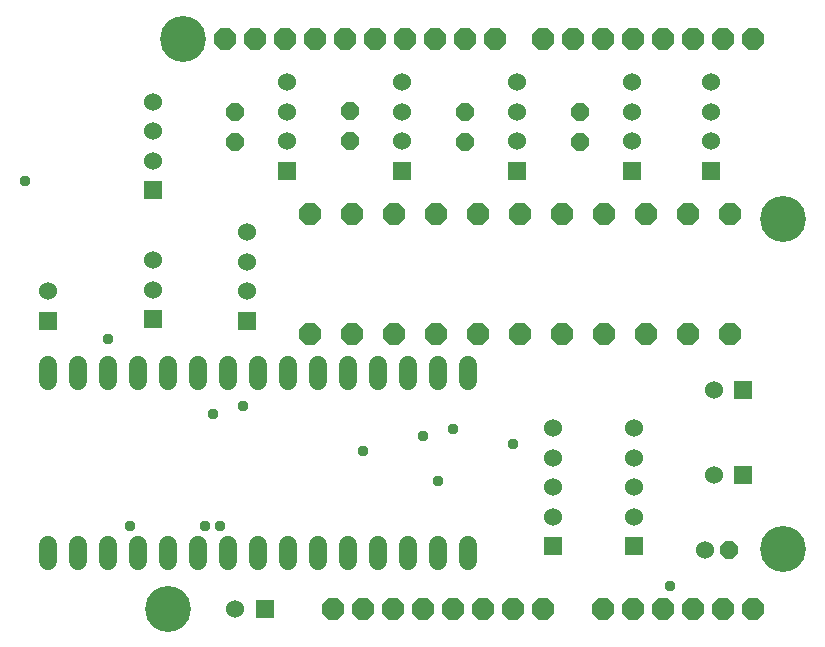
<source format=gbr>
G04 EAGLE Gerber RS-274X export*
G75*
%MOMM*%
%FSLAX34Y34*%
%LPD*%
%INSoldermask Bottom*%
%IPPOS*%
%AMOC8*
5,1,8,0,0,1.08239X$1,22.5*%
G01*
%ADD10C,3.886200*%
%ADD11P,2.034460X8X22.500000*%
%ADD12P,1.649562X8X112.500000*%
%ADD13P,2.034460X8X112.500000*%
%ADD14P,2.034460X8X292.500000*%
%ADD15C,1.511200*%
%ADD16R,1.524000X1.524000*%
%ADD17C,1.524000*%
%ADD18P,1.649562X8X22.500000*%
%ADD19C,0.959600*%


D10*
X368300Y596900D03*
X355600Y114300D03*
X876300Y165100D03*
X876300Y444500D03*
D11*
X749300Y596900D03*
X723900Y114300D03*
X774700Y596900D03*
X800100Y596900D03*
X825500Y596900D03*
X850900Y596900D03*
X723900Y596900D03*
X698500Y596900D03*
X673100Y596900D03*
X632460Y596900D03*
X607060Y596900D03*
X581660Y596900D03*
X556260Y596900D03*
X530860Y596900D03*
X505460Y596900D03*
X480060Y596900D03*
X454660Y596900D03*
X749300Y114300D03*
X774700Y114300D03*
X800100Y114300D03*
X825500Y114300D03*
X850900Y114300D03*
X673100Y114300D03*
X647700Y114300D03*
X622300Y114300D03*
X596900Y114300D03*
X571500Y114300D03*
X546100Y114300D03*
X429260Y596900D03*
X403860Y596900D03*
X520700Y114300D03*
X495300Y114300D03*
D12*
X412750Y509270D03*
X412750Y534670D03*
X510094Y510540D03*
X510094Y535940D03*
X607439Y509270D03*
X607439Y534670D03*
X704783Y509270D03*
X704783Y534670D03*
D13*
X582930Y347218D03*
X582930Y448818D03*
X618490Y347218D03*
X618490Y448818D03*
X654050Y347218D03*
X654050Y448818D03*
X689610Y347218D03*
X689610Y448818D03*
X725170Y347218D03*
X725170Y448818D03*
X760730Y347218D03*
X760730Y448818D03*
D14*
X796290Y448818D03*
X796290Y347218D03*
X831850Y448818D03*
X831850Y347218D03*
D15*
X254000Y167830D02*
X254000Y154750D01*
X279400Y154750D02*
X279400Y167830D01*
X304800Y167830D02*
X304800Y154750D01*
X330200Y154750D02*
X330200Y167830D01*
X355600Y167830D02*
X355600Y154750D01*
X381000Y154750D02*
X381000Y167830D01*
X406400Y167830D02*
X406400Y154750D01*
X431800Y154750D02*
X431800Y167830D01*
X457200Y167830D02*
X457200Y154750D01*
X482600Y154750D02*
X482600Y167830D01*
X508000Y167830D02*
X508000Y154750D01*
X533400Y154750D02*
X533400Y167830D01*
X558800Y167830D02*
X558800Y154750D01*
X584200Y154750D02*
X584200Y167830D01*
X609600Y167830D02*
X609600Y154750D01*
X609600Y307150D02*
X609600Y320230D01*
X584200Y320230D02*
X584200Y307150D01*
X558800Y307150D02*
X558800Y320230D01*
X533400Y320230D02*
X533400Y307150D01*
X508000Y307150D02*
X508000Y320230D01*
X482600Y320230D02*
X482600Y307150D01*
X457200Y307150D02*
X457200Y320230D01*
X431800Y320230D02*
X431800Y307150D01*
X406400Y307150D02*
X406400Y320230D01*
X381000Y320230D02*
X381000Y307150D01*
X355600Y307150D02*
X355600Y320230D01*
X330200Y320230D02*
X330200Y307150D01*
X304800Y307150D02*
X304800Y320230D01*
X279400Y320230D02*
X279400Y307150D01*
X254000Y307150D02*
X254000Y320230D01*
D16*
X342650Y359140D03*
D17*
X342650Y384140D03*
X342650Y409140D03*
D16*
X342900Y468630D03*
D17*
X342900Y493630D03*
X342900Y518630D03*
X342900Y543630D03*
D16*
X815340Y485140D03*
D17*
X815340Y510140D03*
X815340Y535140D03*
X815340Y560140D03*
D16*
X456172Y485140D03*
D17*
X456172Y510140D03*
X456172Y535140D03*
X456172Y560140D03*
D16*
X553516Y485140D03*
D17*
X553516Y510140D03*
X553516Y535140D03*
X553516Y560140D03*
D16*
X650861Y485140D03*
D17*
X650861Y510140D03*
X650861Y535140D03*
X650861Y560140D03*
D16*
X748205Y485140D03*
D17*
X748205Y510140D03*
X748205Y535140D03*
X748205Y560140D03*
D16*
X842880Y299720D03*
D17*
X817880Y299720D03*
D16*
X842880Y227330D03*
D17*
X817880Y227330D03*
D13*
X476250Y347218D03*
X476250Y448818D03*
X547370Y347218D03*
X547370Y448818D03*
D16*
X681990Y167170D03*
D17*
X681990Y192170D03*
X681990Y217170D03*
X681990Y242170D03*
X681990Y267170D03*
D16*
X750570Y167170D03*
D17*
X750570Y192170D03*
X750570Y217170D03*
X750570Y242170D03*
X750570Y267170D03*
D16*
X437750Y114300D03*
D17*
X412750Y114300D03*
D18*
X830580Y163830D03*
D17*
X810260Y163830D03*
D16*
X254000Y358140D03*
D17*
X254000Y383140D03*
D13*
X511810Y347218D03*
X511810Y448818D03*
D16*
X422910Y358140D03*
D17*
X422910Y383140D03*
X422910Y408140D03*
X422910Y433140D03*
D19*
X393700Y279400D03*
X419100Y285750D03*
X234950Y476250D03*
X304800Y342900D03*
X571500Y260350D03*
X596900Y266700D03*
X647700Y254000D03*
X781050Y133350D03*
X520700Y247650D03*
X400050Y184150D03*
X584200Y222250D03*
X387350Y184150D03*
X323850Y184150D03*
M02*

</source>
